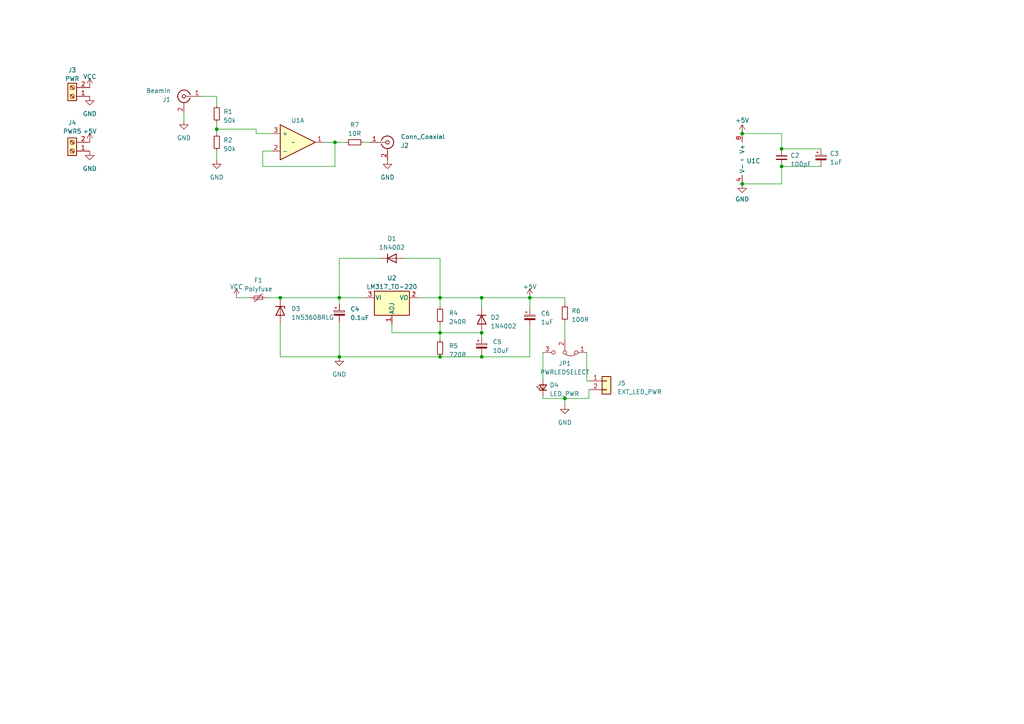
<source format=kicad_sch>
(kicad_sch (version 20230121) (generator eeschema)
  (paper "A4")
  (lib_symbols
    (symbol "Connector:Conn_Coaxial" (pin_names (offset 1.016) hide)
      (property "Reference" "J" (at 0.254 3.048 0))
      (property "Value" "Conn_Coaxial" (at 2.921 0 90))
      (symbol "Conn_Coaxial_0_1"
        (arc (start -1.778 -0.508) (mid 0.2311 -1.8066) (end 1.778 0) (stroke (width 0.254)))
        (polyline (pts (xy -2.54 0) (xy -0.508 0)))
        (polyline (pts (xy 0 -2.54) (xy 0 -1.778)))
        (circle (center 0 0) (radius 0.508) (stroke (width 0.2032)))
        (arc (start 1.778 0) (mid 0.2099 1.8101) (end -1.778 0.508) (stroke (width 0.254)))
      )
      (symbol "Conn_Coaxial_1_1"
        (pin passive line (at -5.08 0 0) (length 2.54) (name "In") (number "1"))
        (pin passive line (at 0 -5.08 90) (length 2.54) (name "Ext") (number "2"))
      )
    )
    (symbol "Connector:Screw_Terminal_01x02" (pin_names (offset 1.016) hide)
      (property "Reference" "J" (at 0 2.54 0))
      (property "Value" "Screw_Terminal_01x02" (at 0 -5.08 0))
      (symbol "Screw_Terminal_01x02_1_1"
        (rectangle (start -1.27 1.27) (end 1.27 -3.81) (stroke (width 0.254)) (fill (type background)))
        (circle (center 0 -2.54) (radius 0.635) (stroke (width 0.1524)))
        (polyline (pts (xy -0.5334 -2.2098) (xy 0.3302 -3.048)) (stroke (width 0.1524)))
        (polyline (pts (xy -0.5334 0.3302) (xy 0.3302 -0.508)) (stroke (width 0.1524)))
        (polyline (pts (xy -0.3556 -2.032) (xy 0.508 -2.8702)) (stroke (width 0.1524)))
        (polyline (pts (xy -0.3556 0.508) (xy 0.508 -0.3302)) (stroke (width 0.1524)))
        (circle (center 0 0) (radius 0.635) (stroke (width 0.1524)))
        (pin passive line (at -5.08 0 0) (length 3.81) (name "Pin_1") (number "1"))
        (pin passive line (at -5.08 -2.54 0) (length 3.81) (name "Pin_2") (number "2"))
      )
    )
    (symbol "Connector_Generic:Conn_01x02" (pin_names (offset 1.016) hide)
      (property "Reference" "J" (at 0 2.54 0))
      (property "Value" "Conn_01x02" (at 0 -5.08 0))
      (symbol "Conn_01x02_1_1"
        (rectangle (start -1.27 -2.413) (end 0 -2.667) (stroke (width 0.1524)))
        (rectangle (start -1.27 0.127) (end 0 -0.127) (stroke (width 0.1524)))
        (rectangle (start -1.27 1.27) (end 1.27 -3.81) (stroke (width 0.254)) (fill (type background)))
        (pin passive line (at -5.08 0 0) (length 3.81) (name "Pin_1") (number "1"))
        (pin passive line (at -5.08 -2.54 0) (length 3.81) (name "Pin_2") (number "2"))
      )
    )
    (symbol "Device:C_Polarized_Small" (pin_numbers hide) (pin_names (offset 0.254) hide)
      (property "Reference" "C" (at 0.254 1.778 0))
      (property "Value" "C_Polarized_Small" (at 0.254 -2.032 0))
      (symbol "C_Polarized_Small_0_1"
        (rectangle (start -1.524 -0.3048) (end 1.524 -0.6858) (fill (type outline)))
        (rectangle (start -1.524 0.6858) (end 1.524 0.3048))
        (polyline (pts (xy -1.27 1.524) (xy -0.762 1.524)))
        (polyline (pts (xy -1.016 1.27) (xy -1.016 1.778)))
      )
      (symbol "C_Polarized_Small_1_1"
        (pin passive line (at 0 2.54 270) (length 1.8542) (name "~") (number "1"))
        (pin passive line (at 0 -2.54 90) (length 1.8542) (name "~") (number "2"))
      )
    )
    (symbol "Device:C_Small" (pin_numbers hide) (pin_names (offset 0.254) hide)
      (property "Reference" "C" (at 0.254 1.778 0))
      (property "Value" "C_Small" (at 0.254 -2.032 0))
      (symbol "C_Small_0_1"
        (polyline (pts (xy -1.524 -0.508) (xy 1.524 -0.508)) (stroke (width 0.3302)))
        (polyline (pts (xy -1.524 0.508) (xy 1.524 0.508)) (stroke (width 0.3048)))
      )
      (symbol "C_Small_1_1"
        (pin passive line (at 0 2.54 270) (length 2.032) (name "~") (number "1"))
        (pin passive line (at 0 -2.54 90) (length 2.032) (name "~") (number "2"))
      )
    )
    (symbol "Device:D_Zener" (pin_numbers hide) (pin_names (offset 1.016) hide)
      (property "Reference" "D" (at 0 2.54 0))
      (property "Value" "D_Zener" (at 0 -2.54 0))
      (symbol "D_Zener_0_1"
        (polyline (pts (xy 1.27 0) (xy -1.27 0)))
        (polyline (pts (xy -1.27 -1.27) (xy -1.27 1.27) (xy -0.762 1.27)) (stroke (width 0.254)))
        (polyline (pts (xy 1.27 -1.27) (xy 1.27 1.27) (xy -1.27 0) (xy 1.27 -1.27)) (stroke (width 0.254)))
      )
      (symbol "D_Zener_1_1"
        (pin passive line (at -3.81 0 0) (length 2.54) (name "K") (number "1"))
        (pin passive line (at 3.81 0 180) (length 2.54) (name "A") (number "2"))
      )
    )
    (symbol "Device:LED_Small" (pin_numbers hide) (pin_names (offset 0.254) hide)
      (property "Reference" "D" (at -1.27 3.175 0))
      (property "Value" "LED_Small" (at -4.445 -2.54 0))
      (symbol "LED_Small_0_1"
        (polyline (pts (xy -0.762 -1.016) (xy -0.762 1.016)) (stroke (width 0.254)))
        (polyline (pts (xy 1.016 0) (xy -0.762 0)))
        (polyline (pts (xy 0.762 -1.016) (xy -0.762 0) (xy 0.762 1.016) (xy 0.762 -1.016)) (stroke (width 0.254)))
        (polyline (pts (xy 0 0.762) (xy -0.508 1.27) (xy -0.254 1.27) (xy -0.508 1.27) (xy -0.508 1.016)))
        (polyline (pts (xy 0.508 1.27) (xy 0 1.778) (xy 0.254 1.778) (xy 0 1.778) (xy 0 1.524)))
      )
      (symbol "LED_Small_1_1"
        (pin passive line (at -2.54 0 0) (length 1.778) (name "K") (number "1"))
        (pin passive line (at 2.54 0 180) (length 1.778) (name "A") (number "2"))
      )
    )
    (symbol "Device:Polyfuse_Small" (pin_numbers hide) (pin_names (offset 0))
      (property "Reference" "F" (at -1.905 0 90))
      (property "Value" "Polyfuse_Small" (at 1.905 0 90))
      (symbol "Polyfuse_Small_0_1"
        (rectangle (start -0.508 1.27) (end 0.508 -1.27))
        (polyline (pts (xy 0 2.54) (xy 0 -2.54)))
        (polyline (pts (xy -1.016 1.27) (xy -1.016 0.762) (xy 1.016 -0.762) (xy 1.016 -1.27)))
      )
      (symbol "Polyfuse_Small_1_1"
        (pin passive line (at 0 2.54 270) (length 0.635) (name "~") (number "1"))
        (pin passive line (at 0 -2.54 90) (length 0.635) (name "~") (number "2"))
      )
    )
    (symbol "Device:R_Small" (pin_numbers hide) (pin_names (offset 0.254) hide)
      (property "Reference" "R" (at 0.762 0.508 0))
      (property "Value" "R_Small" (at 0.762 -1.016 0))
      (symbol "R_Small_0_1"
        (rectangle (start -0.762 1.778) (end 0.762 -1.778) (stroke (width 0.2032)))
      )
      (symbol "R_Small_1_1"
        (pin passive line (at 0 2.54 270) (length 0.762) (name "~") (number "1"))
        (pin passive line (at 0 -2.54 90) (length 0.762) (name "~") (number "2"))
      )
    )
    (symbol "Diode:1N4002" (pin_numbers hide) (pin_names hide)
      (property "Reference" "D" (at 0 2.54 0))
      (property "Value" "1N4002" (at 0 -2.54 0))
      (symbol "1N4002_0_1"
        (polyline (pts (xy -1.27 1.27) (xy -1.27 -1.27)) (stroke (width 0.254)))
        (polyline (pts (xy 1.27 0) (xy -1.27 0)))
        (polyline (pts (xy 1.27 1.27) (xy 1.27 -1.27) (xy -1.27 0) (xy 1.27 1.27)) (stroke (width 0.254)))
      )
      (symbol "1N4002_1_1"
        (pin passive line (at -3.81 0 0) (length 2.54) (name "K") (number "1"))
        (pin passive line (at 3.81 0 180) (length 2.54) (name "A") (number "2"))
      )
    )
    (symbol "Jumper:Jumper_3_Bridged12" (pin_names (offset 0) hide)
      (property "Reference" "JP" (at -2.54 -2.54 0))
      (property "Value" "Jumper_3_Bridged12" (at 0 2.794 0))
      (symbol "Jumper_3_Bridged12_0_0"
        (circle (center -3.302 0) (radius 0.508))
        (circle (center 0 0) (radius 0.508))
        (circle (center 3.302 0) (radius 0.508))
      )
      (symbol "Jumper_3_Bridged12_0_1"
        (arc (start -0.254 0.508) (mid -1.651 0.9912) (end -3.048 0.508))
        (polyline (pts (xy 0 -1.27) (xy 0 -0.508)))
      )
      (symbol "Jumper_3_Bridged12_1_1"
        (pin passive line (at -6.35 0 0) (length 2.54) (name "A") (number "1"))
        (pin passive line (at 0 -3.81 90) (length 2.54) (name "C") (number "2"))
        (pin passive line (at 6.35 0 180) (length 2.54) (name "B") (number "3"))
      )
    )
    (symbol "OPA2301:OPA2301"
      (property "Reference" "U" (at 0 0 0))
      (symbol "OPA2301_1_1"
        (polyline (pts (xy -3.81 5.08) (xy 6.35 0) (xy -3.81 -5.08) (xy -3.81 5.08) (xy -3.81 5.08)) (stroke (width 0.254)) (fill (type background)))
        (pin output line (at 8.89 0 180) (length 2.54) (name "~") (number "1"))
        (pin input line (at -6.35 -2.54 0) (length 2.54) (name "-") (number "2"))
        (pin input line (at -6.35 2.54 0) (length 2.54) (name "+") (number "3"))
      )
      (symbol "OPA2301_2_1"
        (polyline (pts (xy -3.81 5.08) (xy 6.35 0) (xy -3.81 -5.08) (xy -3.81 5.08) (xy -3.81 5.08)) (stroke (width 0.254)) (fill (type background)))
        (pin input line (at -6.35 2.54 0) (length 2.54) (name "+") (number "5"))
        (pin input line (at -6.35 -2.54 0) (length 2.54) (name "-") (number "6"))
        (pin output line (at 8.89 0 180) (length 2.54) (name "~") (number "7"))
      )
      (symbol "OPA2301_3_1"
        (unit_name "POWER")
        (pin power_in line (at 0 -6.985 90) (length 2.54) (name "V-") (number "4"))
        (pin power_in line (at 0 7.62 270) (length 2.54) (name "V+") (number "8"))
      )
    )
    (symbol "Regulator_Linear:LM317_TO-220" (pin_names (offset 0.254))
      (property "Reference" "U" (at -3.81 3.175 0))
      (property "Value" "LM317_TO-220" (at 0 3.175 0))
      (symbol "LM317_TO-220_0_1"
        (rectangle (start -5.08 1.905) (end 5.08 -5.08) (stroke (width 0.254)) (fill (type background)))
      )
      (symbol "LM317_TO-220_1_1"
        (pin input line (at 0 -7.62 90) (length 2.54) (name "ADJ") (number "1"))
        (pin power_out line (at 7.62 0 180) (length 2.54) (name "VO") (number "2"))
        (pin power_in line (at -7.62 0 0) (length 2.54) (name "VI") (number "3"))
      )
    )
    (symbol "power:+5V" (power) (pin_names (offset 0))
      (property "Value" "+5V" (at 0 3.556 0))
      (symbol "+5V_0_1"
        (polyline (pts (xy -0.762 1.27) (xy 0 2.54)))
        (polyline (pts (xy 0 0) (xy 0 2.54)))
        (polyline (pts (xy 0 2.54) (xy 0.762 1.27)))
      )
      (symbol "+5V_1_1"
        (pin power_in line (at 0 0 90) (length 0) hide (name "+5V") (number "1"))
      )
    )
    (symbol "power:GND" (power) (pin_names (offset 0))
      (property "Value" "GND" (at 0 -3.81 0))
      (symbol "GND_0_1"
        (polyline (pts (xy 0 0) (xy 0 -1.27) (xy 1.27 -1.27) (xy 0 -2.54) (xy -1.27 -1.27) (xy 0 -1.27)))
      )
      (symbol "GND_1_1"
        (pin power_in line (at 0 0 270) (length 0) hide (name "GND") (number "1"))
      )
    )
    (symbol "power:VCC" (power) (pin_names (offset 0))
      (property "Value" "VCC" (at 0 3.81 0))
      (symbol "VCC_0_1"
        (polyline (pts (xy -0.762 1.27) (xy 0 2.54)))
        (polyline (pts (xy 0 0) (xy 0 2.54)))
        (polyline (pts (xy 0 2.54) (xy 0.762 1.27)))
      )
      (symbol "VCC_1_1"
        (pin power_in line (at 0 0 90) (length 0) hide (name "VCC") (number "1"))
      )
    )
  )
  (junction (at 127.635 103.505))
  (junction (at 153.67 86.36))
  (junction (at 127.635 96.52))
  (junction (at 98.425 86.36))
  (junction (at 226.695 43.18))
  (junction (at 139.7 96.52))
  (junction (at 127.635 86.36))
  (junction (at 81.28 86.36))
  (junction (at 215.265 38.735))
  (junction (at 226.695 48.26))
  (junction (at 62.865 37.465))
  (junction (at 139.7 86.36))
  (junction (at 139.7 103.505))
  (junction (at 163.83 115.57))
  (junction (at 97.155 41.275))
  (junction (at 215.265 53.34))
  (junction (at 98.425 103.505))
  (wire (pts (xy 105.41 41.275) (xy 107.315 41.275)))
  (wire (pts (xy 81.28 86.36) (xy 98.425 86.36)))
  (wire (pts (xy 170.815 115.57) (xy 163.83 115.57)))
  (wire (pts (xy 226.695 53.34) (xy 215.265 53.34)))
  (wire (pts (xy 113.665 96.52) (xy 127.635 96.52)))
  (wire (pts (xy 127.635 96.52) (xy 139.7 96.52)))
  (wire (pts (xy 163.83 115.57) (xy 163.83 117.475)))
  (wire (pts (xy 74.295 38.735) (xy 78.74 38.735)))
  (wire (pts (xy 163.83 93.345) (xy 163.83 98.425)))
  (wire (pts (xy 98.425 103.505) (xy 81.28 103.505)))
  (wire (pts (xy 170.815 113.03) (xy 170.815 115.57)))
  (wire (pts (xy 163.83 86.36) (xy 163.83 88.265)))
  (wire (pts (xy 139.7 103.505) (xy 127.635 103.505)))
  (wire (pts (xy 97.155 41.275) (xy 97.155 48.26)))
  (wire (pts (xy 238.125 48.26) (xy 226.695 48.26)))
  (wire (pts (xy 98.425 88.265) (xy 98.425 86.36)))
  (wire (pts (xy 139.7 102.87) (xy 139.7 103.505)))
  (wire (pts (xy 238.125 43.18) (xy 226.695 43.18)))
  (wire (pts (xy 121.285 86.36) (xy 127.635 86.36)))
  (wire (pts (xy 62.865 37.465) (xy 62.865 38.735)))
  (wire (pts (xy 62.865 27.94) (xy 62.865 30.48)))
  (wire (pts (xy 226.695 43.18) (xy 226.695 38.735)))
  (wire (pts (xy 97.155 41.275) (xy 100.33 41.275)))
  (wire (pts (xy 62.865 37.465) (xy 74.295 37.465)))
  (wire (pts (xy 157.48 102.235) (xy 157.48 109.855)))
  (wire (pts (xy 163.83 115.57) (xy 157.48 115.57)))
  (wire (pts (xy 153.67 86.36) (xy 163.83 86.36)))
  (wire (pts (xy 68.58 86.36) (xy 72.39 86.36)))
  (wire (pts (xy 215.265 38.735) (xy 226.695 38.735)))
  (wire (pts (xy 62.865 43.815) (xy 62.865 46.355)))
  (wire (pts (xy 170.815 110.49) (xy 170.18 110.49)))
  (wire (pts (xy 81.28 103.505) (xy 81.28 93.98)))
  (wire (pts (xy 139.7 86.36) (xy 139.7 88.9)))
  (wire (pts (xy 76.2 48.26) (xy 76.2 43.815)))
  (wire (pts (xy 153.67 94.615) (xy 153.67 103.505)))
  (wire (pts (xy 98.425 86.36) (xy 106.045 86.36)))
  (wire (pts (xy 76.2 43.815) (xy 78.74 43.815)))
  (wire (pts (xy 58.42 27.94) (xy 62.865 27.94)))
  (wire (pts (xy 98.425 74.93) (xy 98.425 86.36)))
  (wire (pts (xy 127.635 74.93) (xy 117.475 74.93)))
  (wire (pts (xy 127.635 103.505) (xy 98.425 103.505)))
  (wire (pts (xy 170.18 102.235) (xy 170.18 110.49)))
  (wire (pts (xy 139.7 96.52) (xy 139.7 97.79)))
  (wire (pts (xy 127.635 93.98) (xy 127.635 96.52)))
  (wire (pts (xy 127.635 86.36) (xy 139.7 86.36)))
  (wire (pts (xy 157.48 115.57) (xy 157.48 114.935)))
  (wire (pts (xy 97.155 48.26) (xy 76.2 48.26)))
  (wire (pts (xy 139.7 86.36) (xy 153.67 86.36)))
  (wire (pts (xy 74.295 37.465) (xy 74.295 38.735)))
  (wire (pts (xy 153.67 86.36) (xy 153.67 89.535)))
  (wire (pts (xy 77.47 86.36) (xy 81.28 86.36)))
  (wire (pts (xy 53.34 33.02) (xy 53.34 34.925)))
  (wire (pts (xy 113.665 93.98) (xy 113.665 96.52)))
  (wire (pts (xy 109.855 74.93) (xy 98.425 74.93)))
  (wire (pts (xy 62.865 35.56) (xy 62.865 37.465)))
  (wire (pts (xy 139.7 103.505) (xy 153.67 103.505)))
  (wire (pts (xy 127.635 86.36) (xy 127.635 74.93)))
  (wire (pts (xy 127.635 86.36) (xy 127.635 88.9)))
  (wire (pts (xy 226.695 48.26) (xy 226.695 53.34)))
  (wire (pts (xy 127.635 96.52) (xy 127.635 98.425)))
  (wire (pts (xy 93.98 41.275) (xy 97.155 41.275)))
  (wire (pts (xy 98.425 103.505) (xy 98.425 93.345)))
  (symbol (lib_id "power:GND") (at 26.035 27.94 0) (unit 1)
    (property "Reference" "#PWR04" (effects hide))
    (property "Value" "GND" (at 26.035 33.02 0))
  )
  (symbol (lib_id "Jumper:Jumper_3_Bridged12") (at 163.83 102.235 180) (unit 1)
    (property "Reference" "JP1" (at 163.83 105.41 0))
    (property "Value" "PWRLEDSELECT" (at 163.83 107.95 0))
    (property "Footprint" "Connector_PinHeader_2.54mm:PinHeader_1x03_P2.54mm_Vertical" (effects hide))
  )
  (symbol (lib_id "power:+5V") (at 215.265 38.735 0) (unit 1)
    (property "Reference" "#PWR06" (effects hide))
    (property "Value" "+5V" (at 215.265 34.925 0))
  )
  (symbol (lib_id "Device:C_Polarized_Small") (at 153.67 92.075 0) (unit 1)
    (property "Reference" "C6" (at 156.845 90.8939 0) (effects (justify left)))
    (property "Value" "1uF" (at 156.845 93.4339 0) (effects (justify left)))
    (property "Footprint" "Capacitor_SMD:C_0805_2012Metric" (effects hide))
  )
  (symbol (lib_id "Device:R_Small") (at 163.83 90.805 0) (unit 1)
    (property "Reference" "R6" (at 165.735 90.17 0) (effects (justify left)))
    (property "Value" "100R" (at 165.735 92.71 0) (effects (justify left)))
    (property "Footprint" "Resistor_SMD:R_0805_2012Metric" (effects hide))
  )
  (symbol (lib_id "Connector:Conn_Coaxial") (at 112.395 41.275 0) (unit 1)
    (property "Reference" "J2" (at 116.205 42.2032 0) (effects (justify left)))
    (property "Value" "Conn_Coaxial" (at 116.205 39.6632 0) (effects (justify left)))
    (property "Footprint" "Connector_Coaxial:BNC_TEConnectivity_1478035_Horizontal" (effects hide))
    (property "Datasheet" " ~" (effects hide))
  )
  (symbol (lib_id "Device:C_Small") (at 226.695 45.72 0) (unit 1)
    (property "Reference" "C2" (at 229.235 45.0913 0) (effects (justify left)))
    (property "Value" "100pF" (at 229.235 47.6313 0) (effects (justify left)))
    (property "Footprint" "Capacitor_SMD:C_0805_2012Metric" (effects hide))
  )
  (symbol (lib_id "power:+5V") (at 26.035 41.275 0) (unit 1)
    (property "Reference" "#PWR011" (effects hide))
    (property "Value" "+5V" (at 26.035 38.1 0))
  )
  (symbol (lib_id "power:GND") (at 62.865 46.355 0) (unit 1)
    (property "Reference" "#PWR01" (effects hide))
    (property "Value" "GND" (at 62.865 51.435 0))
  )
  (symbol (lib_id "power:VCC") (at 26.035 25.4 0) (unit 1)
    (property "Reference" "#PWR010" (effects hide))
    (property "Value" "VCC" (at 26.035 22.225 0))
  )
  (symbol (lib_id "Connector:Conn_Coaxial") (at 53.34 27.94 0) (mirror y) (unit 1)
    (property "Reference" "J1" (at 49.53 28.8682 0) (effects (justify left)))
    (property "Value" "BeamIn" (at 49.53 26.3282 0) (effects (justify left)))
    (property "Footprint" "Connector_Coaxial:BNC_TEConnectivity_1478035_Horizontal" (effects hide))
    (property "Datasheet" " ~" (effects hide))
  )
  (symbol (lib_id "power:VCC") (at 68.58 86.36 0) (unit 1)
    (property "Reference" "#PWR013" (effects hide))
    (property "Value" "VCC" (at 68.58 83.185 0))
  )
  (symbol (lib_id "Connector_Generic:Conn_01x02") (at 175.895 110.49 0) (unit 1)
    (property "Reference" "J5" (at 179.07 111.125 0) (effects (justify left)))
    (property "Value" "EXT_LED_PWR" (at 179.07 113.665 0) (effects (justify left)))
    (property "Footprint" "Connector_PinHeader_2.54mm:PinHeader_1x02_P2.54mm_Vertical" (effects hide))
  )
  (symbol (lib_id "power:GND") (at 53.34 34.925 0) (unit 1)
    (property "Reference" "#PWR02" (effects hide))
    (property "Value" "GND" (at 53.34 40.005 0))
  )
  (symbol (lib_id "power:+5V") (at 153.67 86.36 0) (unit 1)
    (property "Reference" "#PWR09" (effects hide))
    (property "Value" "+5V" (at 153.67 83.185 0))
  )
  (symbol (lib_id "Diode:1N4002") (at 139.7 92.71 270) (unit 1)
    (property "Reference" "D2" (at 142.24 92.075 90) (effects (justify left)))
    (property "Value" "1N4002" (at 142.24 94.615 90) (effects (justify left)))
    (property "Footprint" "Diode_THT:D_DO-41_SOD81_P10.16mm_Horizontal" (effects hide))
    (property "Datasheet" "http://www.vishay.com/docs/88503/1n4001.pdf" (effects hide))
    (property "Sim.Device" "D" (effects hide))
    (property "Sim.Pins" "1=K 2=A" (effects hide))
  )
  (symbol (lib_id "Device:D_Zener") (at 81.28 90.17 270) (unit 1)
    (property "Reference" "D3" (at 84.455 89.535 90) (effects (justify left)))
    (property "Value" "1N5360BRLG" (at 84.455 92.075 90) (effects (justify left)))
    (property "Footprint" "Diode_THT:D_DO-41_SOD81_P12.70mm_Horizontal" (effects hide))
  )
  (symbol (lib_id "Device:C_Polarized_Small") (at 139.7 100.33 0) (unit 1)
    (property "Reference" "C5" (at 142.875 99.1489 0) (effects (justify left)))
    (property "Value" "10uF" (at 142.875 101.6889 0) (effects (justify left)))
    (property "Footprint" "Capacitor_Tantalum_SMD:CP_EIA-7343-20_Kemet-V" (effects hide))
  )
  (symbol (lib_id "Connector:Screw_Terminal_01x02") (at 20.955 43.815 180) (unit 1)
    (property "Reference" "J4" (at 20.955 35.56 0))
    (property "Value" "PWR5" (at 20.955 38.1 0))
    (property "Footprint" "Connector_PinHeader_2.54mm:PinHeader_1x02_P2.54mm_Vertical" (effects hide))
  )
  (symbol (lib_id "Connector:Screw_Terminal_01x02") (at 20.955 27.94 180) (unit 1)
    (property "Reference" "J3" (at 20.955 20.32 0))
    (property "Value" "PWR" (at 20.955 22.86 0))
    (property "Footprint" "Connector_PinHeader_2.54mm:PinHeader_1x02_P2.54mm_Vertical" (effects hide))
  )
  (symbol (lib_id "power:GND") (at 112.395 46.355 0) (unit 1)
    (property "Reference" "#PWR03" (effects hide))
    (property "Value" "GND" (at 112.395 51.435 0))
  )
  (symbol (lib_id "OPA2301:OPA2301") (at 85.09 41.275 0) (unit 1)
    (property "Reference" "U1" (at 86.36 34.925 0))
    (property "Value" "~" (at 85.09 41.275 0))
    (property "Footprint" "VSSOP_OPA300:VSSOP_OPA300" (effects hide))
    (property "Datasheet" "https://www.ti.com/lit/ds/symlink/opa300.pdf?ts=1707139740977&ref_url=https%253A%252F%252Fwww.mouser.at%252F" (effects hide))
  )
  (symbol (lib_id "OPA2301:OPA2301") (at 215.265 46.355 0) (unit 3)
    (property "Reference" "U1" (at 216.535 46.6725 0) (effects (justify left)))
    (property "Value" "~" (at 215.265 46.355 0))
    (property "Footprint" "VSSOP_OPA300:VSSOP_OPA300" (effects hide))
    (property "Datasheet" "https://www.ti.com/lit/ds/symlink/opa300.pdf?ts=1707139740977&ref_url=https%253A%252F%252Fwww.mouser.at%252F" (effects hide))
  )
  (symbol (lib_id "Diode:1N4002") (at 113.665 74.93 0) (unit 1)
    (property "Reference" "D1" (at 113.665 69.215 0))
    (property "Value" "1N4002" (at 113.665 71.755 0))
    (property "Footprint" "Diode_THT:D_DO-41_SOD81_P10.16mm_Horizontal" (effects hide))
    (property "Datasheet" "http://www.vishay.com/docs/88503/1n4001.pdf" (effects hide))
    (property "Sim.Device" "D" (effects hide))
    (property "Sim.Pins" "1=K 2=A" (effects hide))
  )
  (symbol (lib_id "Device:LED_Small") (at 157.48 112.395 90) (unit 1)
    (property "Reference" "D4" (at 159.385 111.6965 90) (effects (justify right)))
    (property "Value" "LED_PWR" (at 159.385 114.2365 90) (effects (justify right)))
    (property "Footprint" "LED_SMD:LED_0805_2012Metric" (effects hide))
  )
  (symbol (lib_id "Device:Polyfuse_Small") (at 74.93 86.36 90) (unit 1)
    (property "Reference" "F1" (at 74.93 81.28 90))
    (property "Value" "Polyfuse" (at 74.93 83.82 90))
    (property "Footprint" "Capacitor_THT:C_Disc_D5.1mm_W3.2mm_P5.00mm" (effects hide))
  )
  (symbol (lib_id "power:GND") (at 98.425 103.505 0) (unit 1)
    (property "Reference" "#PWR08" (effects hide))
    (property "Value" "GND" (at 98.425 108.585 0))
  )
  (symbol (lib_id "power:GND") (at 163.83 117.475 0) (unit 1)
    (property "Reference" "#PWR014" (effects hide))
    (property "Value" "GND" (at 163.83 122.555 0))
  )
  (symbol (lib_id "Device:R_Small") (at 127.635 91.44 0) (unit 1)
    (property "Reference" "R4" (at 130.175 90.805 0) (effects (justify left)))
    (property "Value" "240R" (at 130.175 93.345 0) (effects (justify left)))
    (property "Footprint" "Resistor_SMD:R_0805_2012Metric" (effects hide))
  )
  (symbol (lib_id "Regulator_Linear:LM317_TO-220") (at 113.665 86.36 0) (unit 1)
    (property "Reference" "U2" (at 113.665 80.645 0))
    (property "Value" "LM317_TO-220" (at 113.665 83.185 0))
    (property "Footprint" "Package_TO_SOT_THT:TO-220-3_Vertical" (effects hide))
    (property "Datasheet" "http://www.ti.com/lit/ds/symlink/lm317.pdf" (effects hide))
  )
  (symbol (lib_id "Device:C_Polarized_Small") (at 238.125 45.72 0) (unit 1)
    (property "Reference" "C3" (at 240.665 44.5389 0) (effects (justify left)))
    (property "Value" "1uF" (at 240.665 47.0789 0) (effects (justify left)))
    (property "Footprint" "Capacitor_SMD:C_0805_2012Metric" (effects hide))
  )
  (symbol (lib_id "Device:R_Small") (at 127.635 100.965 0) (unit 1)
    (property "Reference" "R5" (at 130.175 100.33 0) (effects (justify left)))
    (property "Value" "720R" (at 130.175 102.87 0) (effects (justify left)))
    (property "Footprint" "Resistor_SMD:R_0805_2012Metric" (effects hide))
  )
  (symbol (lib_id "power:GND") (at 215.265 53.34 0) (unit 1)
    (property "Reference" "#PWR07" (effects hide))
    (property "Value" "GND" (at 215.265 57.785 0))
  )
  (symbol (lib_id "Device:R_Small") (at 102.87 41.275 90) (unit 1)
    (property "Reference" "R7" (at 102.87 36.195 90))
    (property "Value" "10R" (at 102.87 38.735 90))
    (property "Footprint" "Resistor_SMD:R_0805_2012Metric" (effects hide))
  )
  (symbol (lib_id "Device:R_Small") (at 62.865 33.02 0) (unit 1)
    (property "Reference" "R1" (at 64.77 32.385 0) (effects (justify left)))
    (property "Value" "50k" (at 64.77 34.925 0) (effects (justify left)))
    (property "Footprint" "Resistor_SMD:R_0805_2012Metric" (effects hide))
  )
  (symbol (lib_id "Device:C_Polarized_Small") (at 98.425 90.805 0) (unit 1)
    (property "Reference" "C4" (at 101.6 89.6239 0) (effects (justify left)))
    (property "Value" "0.1uF" (at 101.6 92.1639 0) (effects (justify left)))
    (property "Footprint" "Capacitor_SMD:C_0805_2012Metric" (effects hide))
  )
  (symbol (lib_id "Device:R_Small") (at 62.865 41.275 0) (unit 1)
    (property "Reference" "R2" (at 64.77 40.64 0) (effects (justify left)))
    (property "Value" "50k" (at 64.77 43.18 0) (effects (justify left)))
    (property "Footprint" "Resistor_SMD:R_0805_2012Metric" (effects hide))
  )
  (symbol (lib_id "power:GND") (at 26.035 43.815 0) (unit 1)
    (property "Reference" "#PWR012" (effects hide))
    (property "Value" "GND" (at 26.035 48.895 0))
  )
)
</source>
